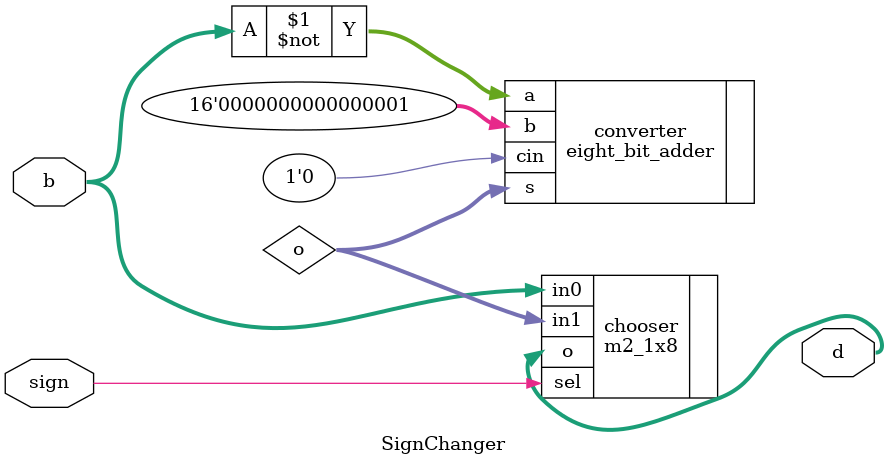
<source format=v>
`timescale 1ns / 1ps


module SignChanger(
    input sign,
    input [15:0] b,
    output [15:0] d
    );
    wire [15:0] o;
    eight_bit_adder converter (.cin(1'b0), .a(~b) , .b({{15{1'b0}}, 1'b1}), .s(o));
    m2_1x8 chooser (.sel(sign),.in0(b),.in1(o),.o(d));
endmodule

</source>
